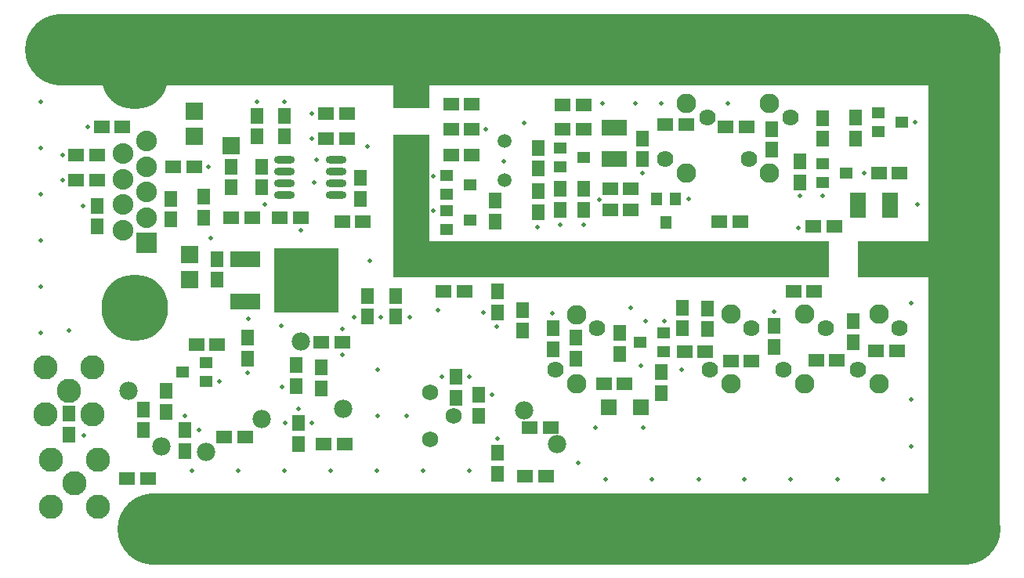
<source format=gts>
%FSLAX42Y42*%
%MOMM*%
G71*
G01*
G75*
%ADD10C,0.38*%
%ADD11C,0.40*%
%ADD12R,1.52X1.27*%
%ADD13R,1.27X1.52*%
%ADD14R,1.27X1.02*%
%ADD15R,1.52X2.54*%
%ADD16R,2.54X1.52*%
%ADD17O,2.03X0.61*%
%ADD18R,6.73X6.73*%
%ADD19R,1.02X1.27*%
%ADD20R,3.00X1.60*%
%ADD21R,1.52X1.52*%
%ADD22C,1.00*%
%ADD23C,0.50*%
%ADD24C,1.40*%
%ADD25C,0.80*%
%ADD26C,0.70*%
%ADD27C,0.80*%
%ADD28C,1.50*%
%ADD29C,1.40*%
%ADD30C,0.30*%
%ADD31C,0.51*%
%ADD32C,0.20*%
%ADD33C,0.15*%
%ADD34C,0.18*%
%ADD35C,3.50*%
%ADD36C,2.41*%
%ADD37C,6.20*%
%ADD38C,1.32*%
%ADD39C,1.78*%
%ADD40C,1.57*%
%ADD41C,1.52*%
%ADD42R,1.78X1.78*%
%ADD43C,1.90*%
%ADD44C,6.99*%
%ADD45C,2.03*%
%ADD46R,2.03X2.03*%
%ADD47C,1.27*%
%ADD48R,2.39X3.00*%
%ADD49C,0.13*%
%ADD50C,0.25*%
%ADD51C,0.30*%
%ADD52C,0.20*%
%ADD53C,0.33*%
%ADD54C,0.10*%
%ADD55C,7.70*%
%ADD56R,4.00X15.50*%
%ADD57R,47.10X4.00*%
%ADD58R,15.30X4.00*%
%ADD59R,4.00X9.30*%
%ADD60R,1.73X1.47*%
%ADD61R,1.47X1.73*%
%ADD62R,1.47X1.22*%
%ADD63R,1.73X2.74*%
%ADD64R,2.74X1.73*%
%ADD65O,2.24X0.81*%
%ADD66R,6.93X6.93*%
%ADD67R,1.22X1.47*%
%ADD68R,3.20X1.80*%
%ADD69R,1.73X1.73*%
%ADD70C,3.70*%
%ADD71C,2.62*%
%ADD72C,6.40*%
%ADD73C,1.98*%
%ADD74C,1.73*%
%ADD75R,1.98X1.98*%
%ADD76C,2.11*%
%ADD77C,7.19*%
%ADD78C,2.24*%
%ADD79R,2.24X2.24*%
%ADD80C,0.51*%
D39*
X25596Y19634D02*
D03*
X26789Y21915D02*
D03*
X27239Y22364D02*
D03*
X28867Y19637D02*
D03*
X29316Y20087D02*
D03*
X27716D02*
D03*
X27267Y19637D02*
D03*
X26046Y20084D02*
D03*
X28139Y22364D02*
D03*
X27689Y21915D02*
D03*
X28517Y20087D02*
D03*
X28067Y19637D02*
D03*
D41*
X25046Y22106D02*
D03*
Y21684D02*
D03*
D55*
X30011Y17934D02*
Y23084D01*
X20246Y23099D02*
X30019D01*
X21246Y17919D02*
X30019D01*
D56*
X24046Y21409D02*
D03*
D57*
X26201Y20834D02*
D03*
D58*
X29631D02*
D03*
D59*
X24046Y22929D02*
D03*
D60*
X29321Y21764D02*
D03*
X29096D02*
D03*
X28171Y20484D02*
D03*
X25271Y18484D02*
D03*
X25496D02*
D03*
X23071Y19934D02*
D03*
X23296D02*
D03*
X24392Y20484D02*
D03*
X24621D02*
D03*
X28642Y19737D02*
D03*
X28417D02*
D03*
X21196Y18459D02*
D03*
X20971D02*
D03*
X21721Y19909D02*
D03*
X21946D02*
D03*
X27596Y21234D02*
D03*
X27371D02*
D03*
X28396Y20484D02*
D03*
X23121Y22409D02*
D03*
X23346D02*
D03*
X26192Y21590D02*
D03*
X26417D02*
D03*
X22846Y21284D02*
D03*
X22621D02*
D03*
X23121Y22134D02*
D03*
X23346D02*
D03*
X24696Y22234D02*
D03*
X24471D02*
D03*
X20421Y21684D02*
D03*
X20646D02*
D03*
X24696Y21959D02*
D03*
X24471D02*
D03*
X23321Y18834D02*
D03*
X25680Y22238D02*
D03*
X25905D02*
D03*
X27721Y19734D02*
D03*
X27496D02*
D03*
X26192Y21361D02*
D03*
X26417D02*
D03*
X20421Y21959D02*
D03*
X20646D02*
D03*
X24471Y22509D02*
D03*
X24696D02*
D03*
X27010Y22285D02*
D03*
X26785D02*
D03*
X26121Y19484D02*
D03*
X26346D02*
D03*
X27221Y19834D02*
D03*
X26996D02*
D03*
X27439Y22264D02*
D03*
X27664D02*
D03*
X23521Y21234D02*
D03*
X23296D02*
D03*
X22321Y21284D02*
D03*
X22096D02*
D03*
X29292Y19837D02*
D03*
X29067D02*
D03*
X25677Y22501D02*
D03*
X25902D02*
D03*
X25546Y19009D02*
D03*
X25317D02*
D03*
X21696Y21834D02*
D03*
X21471D02*
D03*
X20696Y22259D02*
D03*
X20921D02*
D03*
X23096Y18834D02*
D03*
X28389Y21184D02*
D03*
X28614D02*
D03*
X22022Y18909D02*
D03*
X22247D02*
D03*
D61*
X27246Y20074D02*
D03*
Y20299D02*
D03*
X24971Y20484D02*
D03*
Y20259D02*
D03*
X23071Y19659D02*
D03*
Y19434D02*
D03*
X24767Y19363D02*
D03*
Y19134D02*
D03*
X28489Y22134D02*
D03*
Y22359D02*
D03*
X24977Y18737D02*
D03*
Y18512D02*
D03*
X22271Y19759D02*
D03*
Y19984D02*
D03*
X23871Y20209D02*
D03*
Y20434D02*
D03*
X21796Y21509D02*
D03*
Y21284D02*
D03*
X20646Y21409D02*
D03*
Y21184D02*
D03*
X25414Y21564D02*
D03*
Y21339D02*
D03*
X21946Y20834D02*
D03*
Y20609D02*
D03*
X23496Y21709D02*
D03*
Y21484D02*
D03*
X21396Y19409D02*
D03*
X27939Y22239D02*
D03*
Y22014D02*
D03*
X26539Y21914D02*
D03*
Y22139D02*
D03*
X20346Y18934D02*
D03*
Y19159D02*
D03*
X21597Y18984D02*
D03*
Y18759D02*
D03*
X22096Y21609D02*
D03*
Y21834D02*
D03*
X23571Y20209D02*
D03*
Y20434D02*
D03*
X24945Y21240D02*
D03*
Y21465D02*
D03*
X22671Y22159D02*
D03*
Y22384D02*
D03*
X28239Y21889D02*
D03*
Y21664D02*
D03*
X24522Y19559D02*
D03*
Y19334D02*
D03*
X25909Y21590D02*
D03*
Y21365D02*
D03*
X25414Y21810D02*
D03*
Y22035D02*
D03*
X22371Y22384D02*
D03*
Y22159D02*
D03*
X28817Y20162D02*
D03*
Y19937D02*
D03*
X25655Y21365D02*
D03*
Y21590D02*
D03*
X22421Y21834D02*
D03*
Y21609D02*
D03*
X25821Y19984D02*
D03*
Y19759D02*
D03*
X21147Y19209D02*
D03*
Y18984D02*
D03*
X27966Y20112D02*
D03*
Y19887D02*
D03*
X26746Y19609D02*
D03*
X26971Y20084D02*
D03*
Y20309D02*
D03*
X26746Y19384D02*
D03*
X25246Y20059D02*
D03*
Y20284D02*
D03*
X26296Y19809D02*
D03*
Y20034D02*
D03*
X21396Y19184D02*
D03*
X25571Y19859D02*
D03*
Y20084D02*
D03*
X28839Y22139D02*
D03*
Y22364D02*
D03*
X21446Y21484D02*
D03*
Y21259D02*
D03*
X22821Y18834D02*
D03*
Y19059D02*
D03*
X22796Y19459D02*
D03*
Y19684D02*
D03*
D62*
X25655Y22035D02*
D03*
Y21831D02*
D03*
X25909Y21933D02*
D03*
X24675Y21258D02*
D03*
Y21633D02*
D03*
X29089Y22414D02*
D03*
X24421Y21734D02*
D03*
X21821Y19509D02*
D03*
X24421Y21359D02*
D03*
Y21156D02*
D03*
Y21531D02*
D03*
X28743Y21763D02*
D03*
X28489Y21661D02*
D03*
Y21864D02*
D03*
X29089Y22211D02*
D03*
X21821Y19713D02*
D03*
X29343Y22313D02*
D03*
X21567Y19611D02*
D03*
X26771Y19834D02*
D03*
Y20038D02*
D03*
X26517Y19936D02*
D03*
D63*
X28871Y21414D02*
D03*
X29214D02*
D03*
D64*
X26239Y22257D02*
D03*
Y21914D02*
D03*
D65*
X22673Y21907D02*
D03*
Y21526D02*
D03*
X23232Y21907D02*
D03*
Y21780D02*
D03*
Y21653D02*
D03*
Y21526D02*
D03*
X22673Y21653D02*
D03*
Y21780D02*
D03*
D66*
X22909Y20606D02*
D03*
D67*
X26794Y21230D02*
D03*
X26693Y21484D02*
D03*
X26896D02*
D03*
D68*
X22246Y20834D02*
D03*
Y20377D02*
D03*
D69*
X26521Y19234D02*
D03*
X26178D02*
D03*
D70*
X28046Y23109D02*
D03*
X30018Y20834D02*
D03*
X28046D02*
D03*
X26046D02*
D03*
X24046D02*
D03*
Y23109D02*
D03*
X26046D02*
D03*
D71*
X20656Y18663D02*
D03*
X20148Y18155D02*
D03*
Y18663D02*
D03*
X20656Y18155D02*
D03*
X20092Y19155D02*
D03*
Y19663D02*
D03*
X20600D02*
D03*
Y19155D02*
D03*
X20402Y18409D02*
D03*
X20346Y19409D02*
D03*
D72*
X30018Y17909D02*
D03*
X21246D02*
D03*
X30018Y23109D02*
D03*
X25675Y17909D02*
D03*
D73*
X22850Y19941D02*
D03*
X23304Y19215D02*
D03*
X20984Y19411D02*
D03*
X21344Y18807D02*
D03*
X25619Y18834D02*
D03*
X25258Y19195D02*
D03*
X21820Y18746D02*
D03*
X22424Y19107D02*
D03*
D74*
X24500Y19134D02*
D03*
X24246Y19388D02*
D03*
Y18880D02*
D03*
D75*
X22096Y22059D02*
D03*
X21696Y22159D02*
D03*
X21646Y20884D02*
D03*
X21696Y22434D02*
D03*
X21646Y20609D02*
D03*
D76*
X27010Y21765D02*
D03*
Y22514D02*
D03*
X29095Y19488D02*
D03*
Y20237D02*
D03*
X27495D02*
D03*
Y19488D02*
D03*
X25825Y20234D02*
D03*
Y19485D02*
D03*
X27910Y22514D02*
D03*
Y21765D02*
D03*
X28296Y20237D02*
D03*
Y19488D02*
D03*
D77*
X21053Y20309D02*
D03*
Y22809D02*
D03*
D78*
X20926Y21970D02*
D03*
Y21695D02*
D03*
Y21421D02*
D03*
Y21147D02*
D03*
X21180Y22107D02*
D03*
Y21832D02*
D03*
Y21558D02*
D03*
Y21284D02*
D03*
D79*
Y21009D02*
D03*
D80*
X28936Y21765D02*
D03*
X25566Y20244D02*
D03*
X25846Y18634D02*
D03*
X26036Y19015D02*
D03*
X23296Y20074D02*
D03*
X26965Y19634D02*
D03*
X26546Y19015D02*
D03*
X28546Y23104D02*
D03*
X24546D02*
D03*
X25046D02*
D03*
X25546D02*
D03*
X26546D02*
D03*
X27046D02*
D03*
X27546D02*
D03*
X29046D02*
D03*
X29546D02*
D03*
X21546Y23104D02*
D03*
X22996Y21659D02*
D03*
X22456Y21424D02*
D03*
X21871Y21059D02*
D03*
X26526Y19681D02*
D03*
X24965Y20104D02*
D03*
X22285Y20184D02*
D03*
X23992Y19134D02*
D03*
X27966Y20267D02*
D03*
X25040Y21890D02*
D03*
X20271Y21684D02*
D03*
X29142Y18449D02*
D03*
X20546Y22259D02*
D03*
X20346Y20059D02*
D03*
X22171Y18544D02*
D03*
X21966Y19514D02*
D03*
X27036Y21484D02*
D03*
X26415Y20304D02*
D03*
X24329Y20278D02*
D03*
X23593Y20811D02*
D03*
X27644Y18449D02*
D03*
X24850Y22233D02*
D03*
X24171Y18544D02*
D03*
X22636Y20115D02*
D03*
X23716Y20204D02*
D03*
X29447Y19312D02*
D03*
X26074Y21474D02*
D03*
X29489Y22314D02*
D03*
X26539Y21764D02*
D03*
X25650Y21205D02*
D03*
X26641Y18449D02*
D03*
X28239Y21514D02*
D03*
X22272Y19604D02*
D03*
X25904Y21205D02*
D03*
X28139Y18449D02*
D03*
X28489Y21514D02*
D03*
X26145Y18449D02*
D03*
X25409Y21179D02*
D03*
X23676Y19634D02*
D03*
X26464Y22514D02*
D03*
X25261Y22301D02*
D03*
X24916Y19364D02*
D03*
X23425Y20204D02*
D03*
X27149Y18449D02*
D03*
X22371Y22534D02*
D03*
X22971Y22134D02*
D03*
X23171Y18544D02*
D03*
X24671D02*
D03*
X22671D02*
D03*
X22265Y17909D02*
D03*
X23265D02*
D03*
X24265D02*
D03*
X27146Y17915D02*
D03*
X28146D02*
D03*
X29146D02*
D03*
X24666Y19564D02*
D03*
X29447Y20354D02*
D03*
X20496Y21409D02*
D03*
X23676Y19134D02*
D03*
X20271Y21959D02*
D03*
X24977Y18893D02*
D03*
X28226Y21174D02*
D03*
X27459Y22514D02*
D03*
X26739D02*
D03*
X26106D02*
D03*
X22971Y22409D02*
D03*
X22671Y22534D02*
D03*
X23021Y21909D02*
D03*
X30014Y18829D02*
D03*
X30016Y19334D02*
D03*
Y19834D02*
D03*
Y20334D02*
D03*
X21765Y17909D02*
D03*
X22765D02*
D03*
X23765D02*
D03*
X27646Y17915D02*
D03*
X28646D02*
D03*
X22846Y21144D02*
D03*
X24278Y21357D02*
D03*
X22966Y19064D02*
D03*
X28647Y18449D02*
D03*
X26780Y20163D02*
D03*
X21597Y19134D02*
D03*
X23671Y18544D02*
D03*
X25193Y17915D02*
D03*
X29447Y18804D02*
D03*
X21671Y18544D02*
D03*
X24278Y21725D02*
D03*
X21851Y21834D02*
D03*
X30016Y21334D02*
D03*
Y21834D02*
D03*
Y22334D02*
D03*
X20396Y23084D02*
D03*
X26646Y17915D02*
D03*
X24765Y17909D02*
D03*
X26146Y17915D02*
D03*
X22646Y19454D02*
D03*
X29514Y21424D02*
D03*
X22046Y23104D02*
D03*
X22546Y23104D02*
D03*
X23046D02*
D03*
X23546D02*
D03*
X24546Y20834D02*
D03*
X25046D02*
D03*
X26546D02*
D03*
X27046D02*
D03*
X27546D02*
D03*
X29046D02*
D03*
X29546D02*
D03*
X24046Y21334D02*
D03*
Y21834D02*
D03*
X20036Y22534D02*
D03*
Y22034D02*
D03*
Y21534D02*
D03*
Y21034D02*
D03*
Y20534D02*
D03*
Y20034D02*
D03*
X25546Y20834D02*
D03*
X28466D02*
D03*
X24046Y22554D02*
D03*
Y22094D02*
D03*
X24825Y20254D02*
D03*
X26576Y20164D02*
D03*
X23566Y22054D02*
D03*
X22826Y19214D02*
D03*
X21746Y18984D02*
D03*
X20506Y18924D02*
D03*
X22676Y19064D02*
D03*
X23296Y19794D02*
D03*
X24376Y19564D02*
D03*
X24026Y20204D02*
D03*
M02*

</source>
